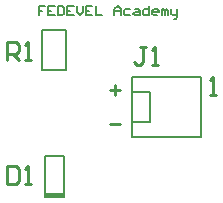
<source format=gto>
G04*
G04 #@! TF.GenerationSoftware,Altium Limited,Altium Designer,20.1.7 (139)*
G04*
G04 Layer_Color=65535*
%FSLAX25Y25*%
%MOIN*%
G70*
G04*
G04 #@! TF.SameCoordinates,A38E65EC-B4ED-41E5-85B1-8330A3BA3D95*
G04*
G04*
G04 #@! TF.FilePolarity,Positive*
G04*
G01*
G75*
%ADD10C,0.00787*%
%ADD11C,0.01000*%
%ADD12R,0.06299X0.01575*%
D10*
X20472Y10236D02*
X26772D01*
Y24016D01*
X20472D02*
X26772D01*
X20472Y10236D02*
Y24016D01*
X49524Y35276D02*
X55524D01*
Y45276D01*
X49524D02*
X55524D01*
X72524Y30276D02*
Y50276D01*
X49524Y30276D02*
X72524D01*
X49524D02*
Y50276D01*
X72524D01*
X49524Y35276D02*
X55524D01*
Y45276D01*
X49524D02*
X55524D01*
X72524Y30276D02*
Y50276D01*
X49524Y30276D02*
X72524D01*
X49524D02*
Y50276D01*
X72524D01*
X49524Y35276D02*
X55524D01*
Y45276D01*
X49524D02*
X55524D01*
X72524Y30276D02*
Y50276D01*
X49524Y30276D02*
X72524D01*
X49524D02*
Y50276D01*
X72524D01*
X49524Y35276D02*
X55524D01*
Y45276D01*
X49524D02*
X55524D01*
X72524Y30276D02*
Y50276D01*
X49524Y30276D02*
X72524D01*
X49524D02*
Y50276D01*
X72524D01*
X19685Y52559D02*
Y65945D01*
Y52559D02*
X27559D01*
X19685Y65945D02*
X27559D01*
Y52559D02*
Y65945D01*
X20603Y73883D02*
X18504D01*
Y72309D01*
X19554D01*
X18504D01*
Y70735D01*
X23752Y73883D02*
X21653D01*
Y70735D01*
X23752D01*
X21653Y72309D02*
X22702D01*
X24801Y73883D02*
Y70735D01*
X26375D01*
X26900Y71259D01*
Y73358D01*
X26375Y73883D01*
X24801D01*
X30049D02*
X27950D01*
Y70735D01*
X30049D01*
X27950Y72309D02*
X28999D01*
X31098Y73883D02*
Y71784D01*
X32148Y70735D01*
X33197Y71784D01*
Y73883D01*
X36346D02*
X34247D01*
Y70735D01*
X36346D01*
X34247Y72309D02*
X35296D01*
X37396Y73883D02*
Y70735D01*
X39494D01*
X43693D02*
Y72834D01*
X44742Y73883D01*
X45792Y72834D01*
Y70735D01*
Y72309D01*
X43693D01*
X48940Y72834D02*
X47366D01*
X46841Y72309D01*
Y71259D01*
X47366Y70735D01*
X48940D01*
X50515Y72834D02*
X51564D01*
X52089Y72309D01*
Y70735D01*
X50515D01*
X49990Y71259D01*
X50515Y71784D01*
X52089D01*
X55238Y73883D02*
Y70735D01*
X53663D01*
X53138Y71259D01*
Y72309D01*
X53663Y72834D01*
X55238D01*
X57861Y70735D02*
X56812D01*
X56287Y71259D01*
Y72309D01*
X56812Y72834D01*
X57861D01*
X58386Y72309D01*
Y71784D01*
X56287D01*
X59436Y70735D02*
Y72834D01*
X59960D01*
X60485Y72309D01*
Y70735D01*
Y72309D01*
X61010Y72834D01*
X61535Y72309D01*
Y70735D01*
X62584Y72834D02*
Y71259D01*
X63109Y70735D01*
X64683D01*
Y70210D01*
X64158Y69685D01*
X63634D01*
X64683Y70735D02*
Y72834D01*
D11*
X75524Y44276D02*
X77523D01*
X76523D01*
Y50274D01*
X75524Y49274D01*
X42339Y34465D02*
X45487D01*
X42339Y45881D02*
X45487D01*
X43913Y47456D02*
Y44307D01*
X7812Y56056D02*
Y62054D01*
X10811D01*
X11811Y61054D01*
Y59055D01*
X10811Y58055D01*
X7812D01*
X9812D02*
X11811Y56056D01*
X13810D02*
X15810D01*
X14810D01*
Y62054D01*
X13810Y61054D01*
X54172Y60224D02*
X52173D01*
X53173D01*
Y55225D01*
X52173Y54226D01*
X51173D01*
X50174Y55225D01*
X56172Y54226D02*
X58171D01*
X57171D01*
Y60224D01*
X56172Y59224D01*
X7812Y20716D02*
Y14717D01*
X10811D01*
X11811Y15717D01*
Y19716D01*
X10811Y20716D01*
X7812D01*
X13810Y14717D02*
X15810D01*
X14810D01*
Y20716D01*
X13810Y19716D01*
D12*
X23622Y11024D02*
D03*
M02*

</source>
